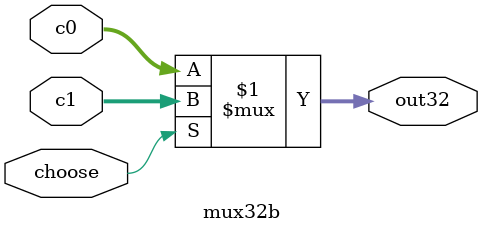
<source format=v>
module mux32b (
    input choose,
    input [31:0] c0,
    input [31:0] c1,
    output [31:0] out32
);
assign out32=choose?c1:c0;

endmodule
</source>
